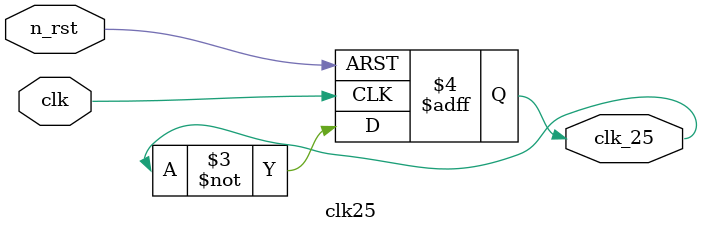
<source format=sv>
module clk25 (
    input logic clk,
    input logic n_rst,
    output logic clk_25
);

always_ff @(posedge clk, negedge n_rst) begin
    if(!n_rst) begin
        clk_25 <= 0;
    end
    else begin
        clk_25 <= ~clk_25;
    end
end
endmodule
</source>
